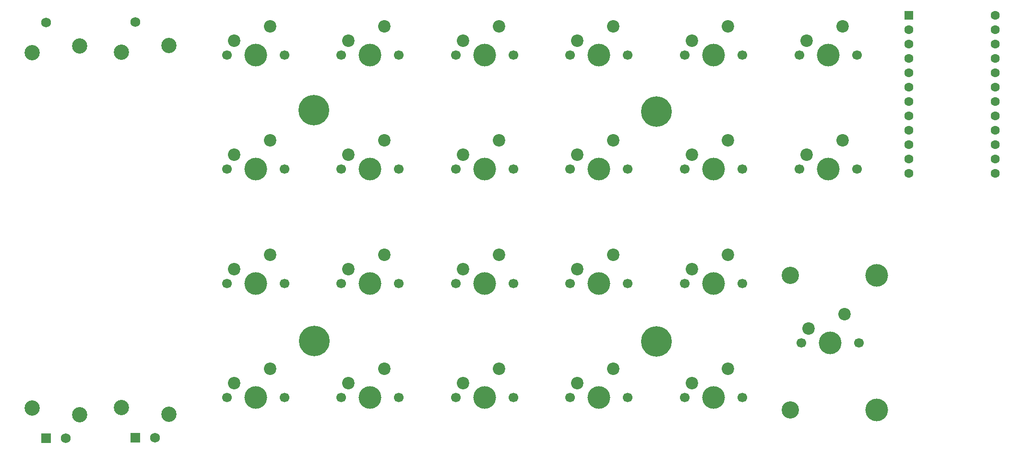
<source format=gbr>
%TF.GenerationSoftware,KiCad,Pcbnew,(7.0.0)*%
%TF.CreationDate,2024-11-11T13:13:17+03:00*%
%TF.ProjectId,04. Keyboard 6x4 Matrix,30342e20-4b65-4796-926f-617264203678,rev?*%
%TF.SameCoordinates,PX24bd848PY898b2e8*%
%TF.FileFunction,Soldermask,Top*%
%TF.FilePolarity,Negative*%
%FSLAX46Y46*%
G04 Gerber Fmt 4.6, Leading zero omitted, Abs format (unit mm)*
G04 Created by KiCad (PCBNEW (7.0.0)) date 2024-11-11 13:13:17*
%MOMM*%
%LPD*%
G01*
G04 APERTURE LIST*
%ADD10C,1.700000*%
%ADD11C,4.000000*%
%ADD12C,2.200000*%
%ADD13R,1.600000X1.600000*%
%ADD14C,1.600000*%
%ADD15C,0.800000*%
%ADD16C,5.400000*%
%ADD17R,1.750000X1.750000*%
%ADD18C,1.750000*%
%ADD19C,2.700000*%
%ADD20C,3.050000*%
G04 APERTURE END LIST*
D10*
%TO.C,SW17*%
X120915000Y70875000D03*
D11*
X125995000Y70875000D03*
D10*
X131075000Y70875000D03*
D12*
X128535000Y75955000D03*
X122185000Y73415000D03*
%TD*%
D10*
%TO.C,SW14*%
X100715000Y50675000D03*
D11*
X105795000Y50675000D03*
D10*
X110875000Y50675000D03*
D12*
X108335000Y55755000D03*
X101985000Y53215000D03*
%TD*%
D13*
%TO.C,U4*%
X160429999Y77874999D03*
D14*
X160430000Y75335000D03*
X160430000Y72795000D03*
X160430000Y70255000D03*
X160430000Y67715000D03*
X160430000Y65175000D03*
X160430000Y62635000D03*
X160430000Y60095000D03*
X160430000Y57555000D03*
X160430000Y55015000D03*
X160430000Y52475000D03*
X160430000Y49935000D03*
X175670000Y49935000D03*
X175670000Y52475000D03*
X175670000Y55015000D03*
X175670000Y57555000D03*
X175670000Y60095000D03*
X175670000Y62635000D03*
X175670000Y65175000D03*
X175670000Y67715000D03*
X175670000Y70255000D03*
X175670000Y72795000D03*
X175670000Y75335000D03*
X175670000Y77875000D03*
%TD*%
D10*
%TO.C,SW12*%
X80515000Y10275000D03*
D11*
X85595000Y10275000D03*
D10*
X90675000Y10275000D03*
D12*
X88135000Y15355000D03*
X81785000Y12815000D03*
%TD*%
D10*
%TO.C,SW15*%
X100715000Y30475000D03*
D11*
X105795000Y30475000D03*
D10*
X110875000Y30475000D03*
D12*
X108335000Y35555000D03*
X101985000Y33015000D03*
%TD*%
D10*
%TO.C,SW1*%
X40115000Y70875000D03*
D11*
X45195000Y70875000D03*
D10*
X50275000Y70875000D03*
D12*
X47735000Y75955000D03*
X41385000Y73415000D03*
%TD*%
D10*
%TO.C,SW4*%
X40115000Y10275000D03*
D11*
X45195000Y10275000D03*
D10*
X50275000Y10275000D03*
D12*
X47735000Y15355000D03*
X41385000Y12815000D03*
%TD*%
D15*
%TO.C,H2*%
X113900000Y60825000D03*
X114493109Y62256891D03*
X114493109Y59393109D03*
X115925000Y62850000D03*
D16*
X115925000Y60825000D03*
D15*
X115925000Y58800000D03*
X117356891Y62256891D03*
X117356891Y59393109D03*
X117950000Y60825000D03*
%TD*%
D10*
%TO.C,SW19*%
X120915000Y30475000D03*
D11*
X125995000Y30475000D03*
D10*
X131075000Y30475000D03*
D12*
X128535000Y35555000D03*
X122185000Y33015000D03*
%TD*%
D10*
%TO.C,SW6*%
X60315000Y50675000D03*
D11*
X65395000Y50675000D03*
D10*
X70475000Y50675000D03*
D12*
X67935000Y55755000D03*
X61585000Y53215000D03*
%TD*%
D10*
%TO.C,SW13*%
X100715000Y70875000D03*
D11*
X105795000Y70875000D03*
D10*
X110875000Y70875000D03*
D12*
X108335000Y75955000D03*
X101985000Y73415000D03*
%TD*%
D10*
%TO.C,SW16*%
X100715000Y10275000D03*
D11*
X105795000Y10275000D03*
D10*
X110875000Y10275000D03*
D12*
X108335000Y15355000D03*
X101985000Y12815000D03*
%TD*%
D10*
%TO.C,SW18*%
X120915000Y50675000D03*
D11*
X125995000Y50675000D03*
D10*
X131075000Y50675000D03*
D12*
X128535000Y55755000D03*
X122185000Y53215000D03*
%TD*%
D10*
%TO.C,SW20*%
X120915000Y10275000D03*
D11*
X125995000Y10275000D03*
D10*
X131075000Y10275000D03*
D12*
X128535000Y15355000D03*
X122185000Y12815000D03*
%TD*%
D10*
%TO.C,SW3*%
X40115000Y30475000D03*
D11*
X45195000Y30475000D03*
D10*
X50275000Y30475000D03*
D12*
X47735000Y35555000D03*
X41385000Y33015000D03*
%TD*%
D15*
%TO.C,H3*%
X113925000Y20225000D03*
X114518109Y21656891D03*
X114518109Y18793109D03*
X115950000Y22250000D03*
D16*
X115950000Y20225000D03*
D15*
X115950000Y18200000D03*
X117381891Y21656891D03*
X117381891Y18793109D03*
X117975000Y20225000D03*
%TD*%
D10*
%TO.C,SW5*%
X60315000Y70875000D03*
D11*
X65395000Y70875000D03*
D10*
X70475000Y70875000D03*
D12*
X67935000Y75955000D03*
X61585000Y73415000D03*
%TD*%
D10*
%TO.C,SW11*%
X80515000Y30475000D03*
D11*
X85595000Y30475000D03*
D10*
X90675000Y30475000D03*
D12*
X88135000Y35555000D03*
X81785000Y33015000D03*
%TD*%
D17*
%TO.C,R28*%
X8199999Y3104999D03*
D18*
X11700000Y3105000D03*
X8200000Y76605000D03*
D19*
X14150000Y7255000D03*
X5750000Y8455000D03*
X5750000Y71255000D03*
X14150000Y72455000D03*
%TD*%
D10*
%TO.C,SW21*%
X141115000Y70875000D03*
D11*
X146195000Y70875000D03*
D10*
X151275000Y70875000D03*
D12*
X148735000Y75955000D03*
X142385000Y73415000D03*
%TD*%
D10*
%TO.C,SW8*%
X60315000Y10275000D03*
D11*
X65395000Y10275000D03*
D10*
X70475000Y10275000D03*
D12*
X67935000Y15355000D03*
X61585000Y12815000D03*
%TD*%
D15*
%TO.C,H1*%
X53475000Y61125000D03*
X54068109Y62556891D03*
X54068109Y59693109D03*
X55500000Y63150000D03*
D16*
X55500000Y61125000D03*
D15*
X55500000Y59100000D03*
X56931891Y62556891D03*
X56931891Y59693109D03*
X57525000Y61125000D03*
%TD*%
%TO.C,H4*%
X53506891Y20306891D03*
X54100000Y21738782D03*
X54100000Y18875000D03*
X55531891Y22331891D03*
D16*
X55531891Y20306891D03*
D15*
X55531891Y18281891D03*
X56963782Y21738782D03*
X56963782Y18875000D03*
X57556891Y20306891D03*
%TD*%
D10*
%TO.C,SW2*%
X40115000Y50675000D03*
D11*
X45195000Y50675000D03*
D10*
X50275000Y50675000D03*
D12*
X47735000Y55755000D03*
X41385000Y53215000D03*
%TD*%
D10*
%TO.C,SW10*%
X80515000Y50675000D03*
D11*
X85595000Y50675000D03*
D10*
X90675000Y50675000D03*
D12*
X88135000Y55755000D03*
X81785000Y53215000D03*
%TD*%
D10*
%TO.C,SW9*%
X80515000Y70875000D03*
D11*
X85595000Y70875000D03*
D10*
X90675000Y70875000D03*
D12*
X88135000Y75955000D03*
X81785000Y73415000D03*
%TD*%
D10*
%TO.C,SW7*%
X60315000Y30475000D03*
D11*
X65395000Y30475000D03*
D10*
X70475000Y30475000D03*
D12*
X67935000Y35555000D03*
X61585000Y33015000D03*
%TD*%
D20*
%TO.C,SW23*%
X139575000Y31875000D03*
X139575000Y8075000D03*
D10*
X141495000Y19975000D03*
D11*
X146575000Y19975000D03*
D10*
X151655000Y19975000D03*
D11*
X154815000Y31875000D03*
X154815000Y8075000D03*
D12*
X149115000Y25055000D03*
X142765000Y22515000D03*
%TD*%
D17*
%TO.C,R24*%
X23974999Y3174999D03*
D18*
X27475000Y3175000D03*
X23975000Y76675000D03*
D19*
X29925000Y7325000D03*
X21525000Y8525000D03*
X21525000Y71325000D03*
X29925000Y72525000D03*
%TD*%
D10*
%TO.C,SW22*%
X141115000Y50675000D03*
D11*
X146195000Y50675000D03*
D10*
X151275000Y50675000D03*
D12*
X148735000Y55755000D03*
X142385000Y53215000D03*
%TD*%
M02*

</source>
